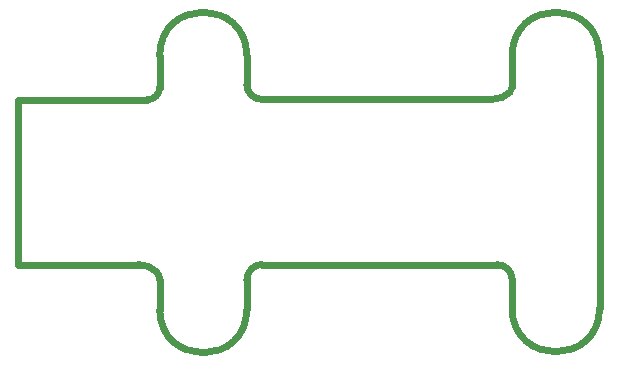
<source format=gm1>
G04*
G04 #@! TF.GenerationSoftware,Altium Limited,Altium Designer,21.0.9 (235)*
G04*
G04 Layer_Color=16711935*
%FSLAX44Y44*%
%MOMM*%
G71*
G04*
G04 #@! TF.SameCoordinates,FF243E75-1A4C-4666-92C7-23B9F90F277F*
G04*
G04*
G04 #@! TF.FilePolarity,Positive*
G04*
G01*
G75*
%ADD68C,0.6000*%
D68*
X301329Y262411D02*
G03*
X286612Y268507I-14717J-14717D01*
G01*
X304170Y255568D02*
G03*
X301340Y262400I-9662J0D01*
G01*
X293372Y408000D02*
G03*
X301333Y411298I0J11259D01*
G01*
D02*
G03*
X304162Y418127I-6829J6829D01*
G01*
X381440Y412300D02*
G03*
X390855Y408400I9415J9415D01*
G01*
X598840Y264800D02*
G03*
X589908Y268500I-8933J-8933D01*
G01*
X676588Y445049D02*
G03*
X676484Y445300I-355J0D01*
G01*
X602493Y255981D02*
G03*
X598840Y264800I-12471J0D01*
G01*
X390390Y268500D02*
G03*
X381940Y265000I0J-11950D01*
G01*
D02*
G03*
X377911Y255273I9727J-9727D01*
G01*
X600840Y414600D02*
G03*
X602597Y418841I-4241J4241D01*
G01*
X585872Y408400D02*
G03*
X600840Y414600I0J21168D01*
G01*
X377918Y420802D02*
G03*
X381440Y412300I12024J0D01*
G01*
X304170Y230421D02*
G03*
X377911Y230700I36870J279D01*
G01*
X377918Y445300D02*
G03*
X304162Y445300I-36878J0D01*
G01*
X676484Y445300D02*
G03*
X602597Y445300I-36943J0D01*
G01*
X602493Y231700D02*
G03*
X676588Y231700I37047J0D01*
G01*
X190658Y268309D02*
X184431D01*
X286612Y268507D02*
X187682D01*
X301340Y262400D02*
X301329Y262411D01*
X184431Y268309D02*
Y408000D01*
X293372D02*
X184431D01*
X304162Y418127D02*
Y445300D01*
X304170Y230421D02*
Y255568D01*
X377918Y420802D02*
Y445300D01*
X377911Y230700D02*
Y255273D01*
X583140Y268500D02*
X390390D01*
X585872Y408400D02*
X390855D01*
X589908Y268500D02*
X583140D01*
X676588Y231700D02*
Y445049D01*
X602493Y231700D02*
Y255981D01*
X602597Y418841D02*
Y445300D01*
M02*

</source>
